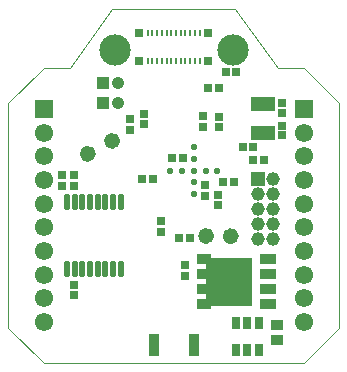
<source format=gbs>
G04*
G04 #@! TF.GenerationSoftware,Altium Limited,Altium NEXUS,2.0.14 (187)*
G04*
G04 Layer_Color=16711935*
%FSLAX25Y25*%
%MOIN*%
G70*
G01*
G75*
%ADD14C,0.00000*%
%ADD35C,0.02756*%
%ADD46R,0.03032X0.03032*%
%ADD47O,0.04429X0.00886*%
%ADD48O,0.04378X0.00984*%
%ADD49O,0.04476X0.00787*%
%ADD50O,0.04323X0.01083*%
%ADD51O,0.04260X0.01181*%
%ADD52O,0.02992X0.01968*%
%ADD53O,0.04185X0.01280*%
%ADD54O,0.04095X0.01378*%
%ADD55O,0.03988X0.01476*%
%ADD56O,0.03862X0.01575*%
%ADD57O,0.03713X0.01673*%
%ADD58O,0.03532X0.01772*%
%ADD59O,0.03406X0.01831*%
%ADD60O,0.03307X0.01870*%
%ADD61O,0.03150X0.01929*%
%ADD62O,0.02480X0.02047*%
%ADD63O,0.02795X0.02008*%
%ADD64C,0.02067*%
%ADD65R,0.03032X0.03032*%
%ADD67R,0.02756X0.02756*%
%ADD68C,0.02244*%
%ADD69C,0.04528*%
%ADD70R,0.04528X0.04528*%
%ADD71R,0.04134X0.04134*%
%ADD72C,0.04134*%
%ADD73R,0.06102X0.06102*%
%ADD74C,0.06102*%
%ADD75C,0.10433*%
%ADD114R,0.04606X0.03189*%
%ADD115R,0.05591X0.03189*%
%ADD116R,0.02638X0.02638*%
%ADD117R,0.08071X0.04921*%
%ADD118R,0.02769X0.02650*%
%ADD119R,0.01142X0.01968*%
%ADD120R,0.02953X0.04331*%
%ADD121R,0.04331X0.03740*%
%ADD122R,0.03740X0.07284*%
G04:AMPARAMS|DCode=123|XSize=21.65mil|YSize=53.15mil|CornerRadius=4.92mil|HoleSize=0mil|Usage=FLASHONLY|Rotation=180.000|XOffset=0mil|YOffset=0mil|HoleType=Round|Shape=RoundedRectangle|*
%AMROUNDEDRECTD123*
21,1,0.02165,0.04331,0,0,180.0*
21,1,0.01181,0.05315,0,0,180.0*
1,1,0.00984,-0.00591,0.02165*
1,1,0.00984,0.00591,0.02165*
1,1,0.00984,0.00591,-0.02165*
1,1,0.00984,-0.00591,-0.02165*
%
%ADD123ROUNDEDRECTD123*%
%ADD124R,0.15591X0.15984*%
D14*
X34589Y106299D02*
X75500D01*
X89854Y86614D01*
X98425Y86614D01*
X110236Y74803D01*
Y0D02*
Y74803D01*
X98425Y-11811D02*
X110236Y0D01*
X11811Y-11811D02*
X98425Y-11811D01*
X0Y0D02*
X11811Y-11811D01*
X0Y0D02*
Y74803D01*
X11811Y86614D01*
X20529D01*
X34589Y106299D01*
D35*
X27874Y57973D02*
G03*
X27874Y57973I-1378J0D01*
G01*
X75492Y30512D02*
G03*
X75492Y30512I-1378J0D01*
G01*
X35984Y62303D02*
G03*
X35984Y62303I-1378J0D01*
G01*
X67323Y30610D02*
G03*
X67323Y30610I-1378J0D01*
G01*
D46*
X21949Y47244D02*
D03*
Y50787D02*
D03*
X58760Y17224D02*
D03*
Y20768D02*
D03*
X65650Y47441D02*
D03*
Y43898D02*
D03*
X45197Y71339D02*
D03*
Y67795D02*
D03*
X69951Y44390D02*
D03*
Y40846D02*
D03*
X50984Y31890D02*
D03*
Y35433D02*
D03*
X70374Y70374D02*
D03*
Y66831D02*
D03*
X64764Y70571D02*
D03*
Y67028D02*
D03*
X17913Y50886D02*
D03*
Y47343D02*
D03*
X22047Y14370D02*
D03*
Y10827D02*
D03*
X40551Y65945D02*
D03*
Y69488D02*
D03*
D47*
X26496Y57234D02*
D03*
Y58711D02*
D03*
X74114Y29774D02*
D03*
Y31250D02*
D03*
X34606Y61565D02*
D03*
Y63041D02*
D03*
X65945Y29872D02*
D03*
Y31348D02*
D03*
D48*
X26496Y57185D02*
D03*
Y58760D02*
D03*
X74114Y29724D02*
D03*
Y31299D02*
D03*
X34606Y61516D02*
D03*
Y63091D02*
D03*
X65945Y29823D02*
D03*
Y31398D02*
D03*
D49*
X26496Y57284D02*
D03*
Y58661D02*
D03*
X74114Y29823D02*
D03*
Y31201D02*
D03*
X34606Y61614D02*
D03*
Y62992D02*
D03*
X65945Y29921D02*
D03*
Y31299D02*
D03*
D50*
X26496Y57136D02*
D03*
Y58809D02*
D03*
X74114Y29675D02*
D03*
Y31348D02*
D03*
X34606Y61466D02*
D03*
Y63140D02*
D03*
X65945Y29774D02*
D03*
Y31447D02*
D03*
D51*
X26496Y57087D02*
D03*
Y58858D02*
D03*
X74114Y29626D02*
D03*
Y31398D02*
D03*
X34606Y61417D02*
D03*
Y63189D02*
D03*
X65945Y29724D02*
D03*
Y31496D02*
D03*
D52*
X26496Y56693D02*
D03*
Y59252D02*
D03*
X74114Y29232D02*
D03*
Y31791D02*
D03*
X34606Y61024D02*
D03*
Y63583D02*
D03*
X65945Y29331D02*
D03*
Y31890D02*
D03*
D53*
X26496Y57037D02*
D03*
Y58908D02*
D03*
X74114Y29577D02*
D03*
Y31447D02*
D03*
X34606Y61368D02*
D03*
Y63238D02*
D03*
X65945Y29675D02*
D03*
Y31545D02*
D03*
D54*
X26496Y56988D02*
D03*
Y58957D02*
D03*
X74114Y29528D02*
D03*
Y31496D02*
D03*
X34606Y61319D02*
D03*
Y63287D02*
D03*
X65945Y29626D02*
D03*
Y31594D02*
D03*
D55*
X26496Y56939D02*
D03*
Y59006D02*
D03*
X74114Y29478D02*
D03*
Y31545D02*
D03*
X34606Y61270D02*
D03*
Y63337D02*
D03*
X65945Y29577D02*
D03*
Y31644D02*
D03*
D56*
X26496Y56890D02*
D03*
Y59055D02*
D03*
X74114Y29429D02*
D03*
Y31594D02*
D03*
X34606Y61221D02*
D03*
Y63386D02*
D03*
X65945Y29528D02*
D03*
Y31693D02*
D03*
D57*
X26496Y56841D02*
D03*
Y59104D02*
D03*
X74114Y29380D02*
D03*
Y31644D02*
D03*
X34606Y61171D02*
D03*
Y63435D02*
D03*
X65945Y29478D02*
D03*
Y31742D02*
D03*
D58*
X26496Y56791D02*
D03*
Y59153D02*
D03*
X74114Y29331D02*
D03*
Y31693D02*
D03*
X34606Y61122D02*
D03*
Y63484D02*
D03*
X65945Y29429D02*
D03*
Y31791D02*
D03*
D59*
X26496Y56762D02*
D03*
Y59183D02*
D03*
X74114Y29301D02*
D03*
Y31722D02*
D03*
X34606Y61093D02*
D03*
Y63514D02*
D03*
X65945Y29400D02*
D03*
Y31821D02*
D03*
D60*
X26496Y56742D02*
D03*
Y59203D02*
D03*
X74114Y29281D02*
D03*
Y31742D02*
D03*
X34606Y61073D02*
D03*
Y63534D02*
D03*
X65945Y29380D02*
D03*
Y31841D02*
D03*
D61*
X26496Y56713D02*
D03*
Y59232D02*
D03*
X74114Y29252D02*
D03*
Y31772D02*
D03*
X34606Y61043D02*
D03*
Y63563D02*
D03*
X65945Y29350D02*
D03*
Y31870D02*
D03*
D62*
X26496Y56653D02*
D03*
Y59291D02*
D03*
X74114Y29193D02*
D03*
Y31831D02*
D03*
X34606Y60984D02*
D03*
Y63622D02*
D03*
X65945Y29291D02*
D03*
Y31929D02*
D03*
D63*
X26496Y56673D02*
D03*
Y59272D02*
D03*
X74114Y29213D02*
D03*
Y31811D02*
D03*
X34606Y61004D02*
D03*
Y63602D02*
D03*
X65945Y29311D02*
D03*
Y31909D02*
D03*
D64*
X26496Y56644D02*
D03*
Y59301D02*
D03*
X74114Y29183D02*
D03*
Y31841D02*
D03*
X34606Y60974D02*
D03*
Y63632D02*
D03*
X65945Y29281D02*
D03*
Y31939D02*
D03*
D65*
X81693Y60236D02*
D03*
X78150D02*
D03*
X85236Y55905D02*
D03*
X81693D02*
D03*
X44587Y49508D02*
D03*
X48130D02*
D03*
X71653Y48720D02*
D03*
X75197D02*
D03*
X58213Y56726D02*
D03*
X54669D02*
D03*
X56890Y29921D02*
D03*
X60433D02*
D03*
D67*
X66693Y79803D02*
D03*
X70236D02*
D03*
X75984Y85236D02*
D03*
X72441D02*
D03*
D68*
X61811Y60185D02*
D03*
Y56299D02*
D03*
Y44539D02*
D03*
Y48425D02*
D03*
X69634Y52362D02*
D03*
X65748D02*
D03*
X61811D02*
D03*
X57874D02*
D03*
X53988D02*
D03*
D69*
X88189Y49468D02*
D03*
X83189Y44469D02*
D03*
Y39469D02*
D03*
X88189Y44469D02*
D03*
Y39469D02*
D03*
Y34468D02*
D03*
X83189D02*
D03*
Y29469D02*
D03*
X88189D02*
D03*
D70*
X83189Y49468D02*
D03*
D71*
X31496Y74803D02*
D03*
Y81693D02*
D03*
D72*
X36496Y74803D02*
D03*
Y81693D02*
D03*
D73*
X98425Y72835D02*
D03*
X11811D02*
D03*
D74*
X98425Y64961D02*
D03*
Y57087D02*
D03*
Y49213D02*
D03*
Y41339D02*
D03*
Y33465D02*
D03*
Y25591D02*
D03*
Y17717D02*
D03*
Y9843D02*
D03*
Y1969D02*
D03*
X11811Y64961D02*
D03*
Y57087D02*
D03*
Y49213D02*
D03*
Y41339D02*
D03*
Y33465D02*
D03*
Y25591D02*
D03*
Y17717D02*
D03*
Y9843D02*
D03*
Y1969D02*
D03*
D75*
X74803Y92520D02*
D03*
X35433D02*
D03*
D114*
X65178Y7993D02*
D03*
Y12927D02*
D03*
Y17861D02*
D03*
Y22796D02*
D03*
D115*
X86693D02*
D03*
Y7993D02*
D03*
Y12927D02*
D03*
Y17861D02*
D03*
D116*
X91339Y64173D02*
D03*
Y67323D02*
D03*
Y74803D02*
D03*
Y71653D02*
D03*
D117*
X85039Y74606D02*
D03*
Y64764D02*
D03*
D118*
X43504Y89016D02*
D03*
X66732D02*
D03*
Y98189D02*
D03*
X43504Y98189D02*
D03*
D119*
X63779Y98228D02*
D03*
X62205D02*
D03*
X60630D02*
D03*
X59055D02*
D03*
X57480D02*
D03*
X55905D02*
D03*
X54331D02*
D03*
X52756D02*
D03*
X51181D02*
D03*
X49606D02*
D03*
X57480Y88976D02*
D03*
X55905D02*
D03*
X54331D02*
D03*
X52756D02*
D03*
X51181D02*
D03*
X49606D02*
D03*
X48031D02*
D03*
X46457D02*
D03*
Y98228D02*
D03*
X48031D02*
D03*
X59055Y88976D02*
D03*
X60630D02*
D03*
X62205D02*
D03*
X63779D02*
D03*
D120*
X83465Y-7382D02*
D03*
X79724D02*
D03*
X75984D02*
D03*
X83465Y1476D02*
D03*
X79724D02*
D03*
X75984D02*
D03*
D121*
X89646Y984D02*
D03*
Y-4134D02*
D03*
D122*
X61811Y-5906D02*
D03*
X48425D02*
D03*
D123*
X37500Y19587D02*
D03*
X34941D02*
D03*
X32382D02*
D03*
X29823D02*
D03*
X27264D02*
D03*
X24705D02*
D03*
X22146D02*
D03*
X19587D02*
D03*
X37500Y42028D02*
D03*
X34941D02*
D03*
X32382D02*
D03*
X29823D02*
D03*
X27264D02*
D03*
X24705D02*
D03*
X22146D02*
D03*
X19587D02*
D03*
D124*
X73465Y15394D02*
D03*
M02*

</source>
